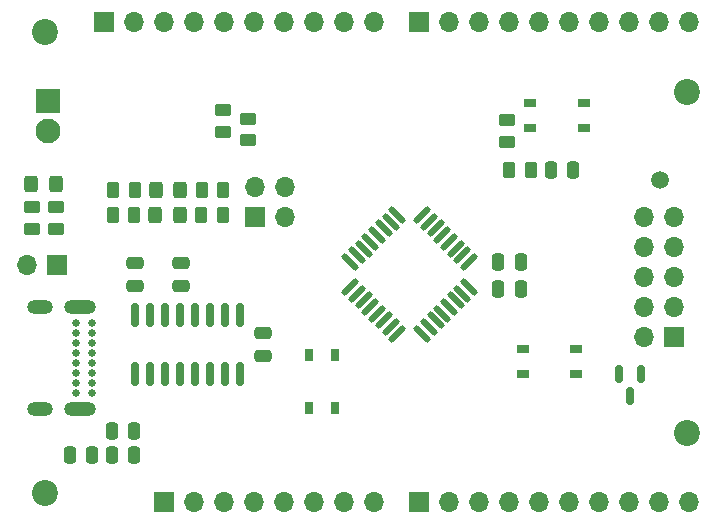
<source format=gbr>
%TF.GenerationSoftware,KiCad,Pcbnew,7.0.6*%
%TF.CreationDate,2023-07-26T12:25:32-06:00*%
%TF.ProjectId,PuyoPuy030,5075796f-5075-4793-9033-302e6b696361,rev?*%
%TF.SameCoordinates,Original*%
%TF.FileFunction,Soldermask,Top*%
%TF.FilePolarity,Negative*%
%FSLAX46Y46*%
G04 Gerber Fmt 4.6, Leading zero omitted, Abs format (unit mm)*
G04 Created by KiCad (PCBNEW 7.0.6) date 2023-07-26 12:25:32*
%MOMM*%
%LPD*%
G01*
G04 APERTURE LIST*
G04 Aperture macros list*
%AMRoundRect*
0 Rectangle with rounded corners*
0 $1 Rounding radius*
0 $2 $3 $4 $5 $6 $7 $8 $9 X,Y pos of 4 corners*
0 Add a 4 corners polygon primitive as box body*
4,1,4,$2,$3,$4,$5,$6,$7,$8,$9,$2,$3,0*
0 Add four circle primitives for the rounded corners*
1,1,$1+$1,$2,$3*
1,1,$1+$1,$4,$5*
1,1,$1+$1,$6,$7*
1,1,$1+$1,$8,$9*
0 Add four rect primitives between the rounded corners*
20,1,$1+$1,$2,$3,$4,$5,0*
20,1,$1+$1,$4,$5,$6,$7,0*
20,1,$1+$1,$6,$7,$8,$9,0*
20,1,$1+$1,$8,$9,$2,$3,0*%
G04 Aperture macros list end*
%ADD10R,0.711200X0.990600*%
%ADD11R,0.990600X0.711200*%
%ADD12R,1.700000X1.700000*%
%ADD13O,1.700000X1.700000*%
%ADD14RoundRect,0.250000X0.325000X0.450000X-0.325000X0.450000X-0.325000X-0.450000X0.325000X-0.450000X0*%
%ADD15RoundRect,0.250000X-0.250000X-0.475000X0.250000X-0.475000X0.250000X0.475000X-0.250000X0.475000X0*%
%ADD16RoundRect,0.250000X0.475000X-0.250000X0.475000X0.250000X-0.475000X0.250000X-0.475000X-0.250000X0*%
%ADD17RoundRect,0.250000X0.250000X0.475000X-0.250000X0.475000X-0.250000X-0.475000X0.250000X-0.475000X0*%
%ADD18C,2.200000*%
%ADD19RoundRect,0.150000X-0.150000X0.587500X-0.150000X-0.587500X0.150000X-0.587500X0.150000X0.587500X0*%
%ADD20RoundRect,0.250000X0.450000X-0.262500X0.450000X0.262500X-0.450000X0.262500X-0.450000X-0.262500X0*%
%ADD21RoundRect,0.250000X0.262500X0.450000X-0.262500X0.450000X-0.262500X-0.450000X0.262500X-0.450000X0*%
%ADD22RoundRect,0.124500X0.444982X0.621052X-0.621052X-0.444982X-0.444982X-0.621052X0.621052X0.444982X0*%
%ADD23RoundRect,0.125000X0.444275X0.621052X-0.621052X-0.444275X-0.444275X-0.621052X0.621052X0.444275X0*%
%ADD24RoundRect,0.124400X0.445124X0.621052X-0.621052X-0.445124X-0.445124X-0.621052X0.621052X0.445124X0*%
%ADD25RoundRect,0.124500X-0.444982X0.621052X-0.621052X0.444982X0.444982X-0.621052X0.621052X-0.444982X0*%
%ADD26RoundRect,0.125000X-0.444275X0.621052X-0.621052X0.444275X0.444275X-0.621052X0.621052X-0.444275X0*%
%ADD27RoundRect,0.250000X-0.450000X0.262500X-0.450000X-0.262500X0.450000X-0.262500X0.450000X0.262500X0*%
%ADD28RoundRect,0.250000X-0.325000X-0.450000X0.325000X-0.450000X0.325000X0.450000X-0.325000X0.450000X0*%
%ADD29C,0.660400*%
%ADD30O,2.700000X1.200000*%
%ADD31O,2.200000X1.200000*%
%ADD32RoundRect,0.250000X-0.262500X-0.450000X0.262500X-0.450000X0.262500X0.450000X-0.262500X0.450000X0*%
%ADD33RoundRect,0.250000X-0.475000X0.250000X-0.475000X-0.250000X0.475000X-0.250000X0.475000X0.250000X0*%
%ADD34RoundRect,0.150000X0.150000X-0.850000X0.150000X0.850000X-0.150000X0.850000X-0.150000X-0.850000X0*%
%ADD35R,2.100000X2.100000*%
%ADD36C,2.100000*%
%ADD37C,1.500000*%
G04 APERTURE END LIST*
D10*
%TO.C,SW1*%
X107070001Y-124134001D03*
X107070001Y-119633999D03*
X109219999Y-124134001D03*
X109219999Y-119633999D03*
%TD*%
D11*
%TO.C,SW3*%
X130306601Y-100447999D03*
X125806599Y-100447999D03*
X130306601Y-98298001D03*
X125806599Y-98298001D03*
%TD*%
%TO.C,SW2*%
X129699801Y-121246499D03*
X125199799Y-121246499D03*
X129699801Y-119096501D03*
X125199799Y-119096501D03*
%TD*%
D12*
%TO.C,J5*%
X116332000Y-91490800D03*
D13*
X118872000Y-91490800D03*
X121412000Y-91490800D03*
X123952000Y-91490800D03*
X126492000Y-91490800D03*
X129032000Y-91490800D03*
X131572000Y-91490800D03*
X134112000Y-91490800D03*
X136652000Y-91490800D03*
X139192000Y-91490800D03*
%TD*%
D14*
%TO.C,D1*%
X96099100Y-107823000D03*
X94049100Y-107823000D03*
%TD*%
D15*
%TO.C,C1*%
X123068000Y-111760000D03*
X124968000Y-111760000D03*
%TD*%
D16*
%TO.C,C4*%
X92329000Y-113795800D03*
X92329000Y-111895800D03*
%TD*%
D17*
%TO.C,C9*%
X88707000Y-128143000D03*
X86807000Y-128143000D03*
%TD*%
D12*
%TO.C,J3*%
X137962600Y-118137700D03*
D13*
X135422600Y-118137700D03*
X137962600Y-115597700D03*
X135422600Y-115597700D03*
X137962600Y-113057700D03*
X135422600Y-113057700D03*
X137962600Y-110517700D03*
X135422600Y-110517700D03*
X137962600Y-107977700D03*
X135422600Y-107977700D03*
%TD*%
D18*
%TO.C,H4*%
X139070200Y-126217800D03*
%TD*%
D19*
%TO.C,D3*%
X135189000Y-121236500D03*
X133289000Y-121236500D03*
X134239000Y-123111500D03*
%TD*%
D12*
%TO.C,J6*%
X116332000Y-132130800D03*
D13*
X118872000Y-132130800D03*
X121412000Y-132130800D03*
X123952000Y-132130800D03*
X126492000Y-132130800D03*
X129032000Y-132130800D03*
X131572000Y-132130800D03*
X134112000Y-132130800D03*
X136652000Y-132130800D03*
X139192000Y-132130800D03*
%TD*%
D20*
%TO.C,R10*%
X83566000Y-108966000D03*
X83566000Y-107141000D03*
%TD*%
D21*
%TO.C,R1*%
X92278200Y-107823000D03*
X90453200Y-107823000D03*
%TD*%
%TO.C,R4*%
X99794700Y-105714800D03*
X97969700Y-105714800D03*
%TD*%
D16*
%TO.C,C5*%
X96189800Y-113780600D03*
X96189800Y-111880600D03*
%TD*%
D22*
%TO.C,U1*%
X120607284Y-111763099D03*
D23*
X120042306Y-111198121D03*
X119476621Y-110632436D03*
X118910935Y-110066750D03*
D24*
X118344401Y-109500216D03*
D23*
X117779564Y-108935379D03*
X117213879Y-108369694D03*
X116648194Y-107804008D03*
D25*
X114521499Y-107804716D03*
D26*
X113956521Y-108369694D03*
X113390836Y-108935379D03*
X112825150Y-109501065D03*
X112259465Y-110066750D03*
X111693779Y-110632436D03*
X111128094Y-111198121D03*
X110562408Y-111763806D03*
D23*
X110562408Y-113889794D03*
X111128094Y-114455479D03*
X111693779Y-115021164D03*
X112259465Y-115586850D03*
X112825150Y-116152535D03*
X113390836Y-116718221D03*
X113956521Y-117283906D03*
X114522206Y-117849592D03*
D26*
X116648194Y-117849592D03*
X117213879Y-117283906D03*
X117779564Y-116718221D03*
X118345250Y-116152535D03*
X118910935Y-115586850D03*
X119476621Y-115021164D03*
X120042306Y-114455479D03*
X120607992Y-113889794D03*
%TD*%
D15*
%TO.C,C8*%
X90363000Y-128143000D03*
X92263000Y-128143000D03*
%TD*%
D27*
%TO.C,R5*%
X99771200Y-98936800D03*
X99771200Y-100761800D03*
%TD*%
D28*
%TO.C,D4*%
X83557000Y-105210600D03*
X85607000Y-105210600D03*
%TD*%
D27*
%TO.C,R9*%
X85598000Y-107141000D03*
X85598000Y-108966000D03*
%TD*%
%TO.C,R8*%
X123840200Y-99747700D03*
X123840200Y-101572700D03*
%TD*%
D12*
%TO.C,J7*%
X94742000Y-132130800D03*
D13*
X97282000Y-132130800D03*
X99822000Y-132130800D03*
X102362000Y-132130800D03*
X104902000Y-132130800D03*
X107442000Y-132130800D03*
X109982000Y-132130800D03*
X112522000Y-132130800D03*
%TD*%
D12*
%TO.C,J2*%
X102484000Y-107955000D03*
D13*
X102484000Y-105415000D03*
X105024000Y-107955000D03*
X105024000Y-105415000D03*
%TD*%
D18*
%TO.C,H1*%
X84703800Y-92323800D03*
%TD*%
D29*
%TO.C,J1*%
X88664000Y-116920000D03*
X88664000Y-117770001D03*
X88664000Y-118619999D03*
X88664000Y-119470000D03*
X88664000Y-120320001D03*
X88664000Y-121170002D03*
X88664000Y-122020000D03*
X88664000Y-122870001D03*
X87314000Y-122870001D03*
X87314000Y-122020000D03*
X87314000Y-121170002D03*
X87314000Y-120320001D03*
X87314000Y-119470000D03*
X87314000Y-118619999D03*
X87314000Y-117770001D03*
X87314000Y-116920000D03*
D30*
X87683999Y-115570000D03*
D31*
X84299000Y-115570015D03*
D30*
X87684000Y-124219985D03*
D31*
X84299000Y-124219985D03*
%TD*%
D12*
%TO.C,J4*%
X89662000Y-91490800D03*
D13*
X92202000Y-91490800D03*
X94742000Y-91490800D03*
X97282000Y-91490800D03*
X99822000Y-91490800D03*
X102362000Y-91490800D03*
X104902000Y-91490800D03*
X107442000Y-91490800D03*
X109982000Y-91490800D03*
X112522000Y-91490800D03*
%TD*%
D18*
%TO.C,H2*%
X139070200Y-97403800D03*
%TD*%
D14*
%TO.C,D2*%
X96148000Y-105714800D03*
X94098000Y-105714800D03*
%TD*%
D15*
%TO.C,C7*%
X90363000Y-126060200D03*
X92263000Y-126060200D03*
%TD*%
%TO.C,C2*%
X123068000Y-114046000D03*
X124968000Y-114046000D03*
%TD*%
D18*
%TO.C,H3*%
X84703800Y-131297800D03*
%TD*%
D21*
%TO.C,R3*%
X99747700Y-107823000D03*
X97922700Y-107823000D03*
%TD*%
D32*
%TO.C,R7*%
X123994500Y-104013000D03*
X125819500Y-104013000D03*
%TD*%
D21*
%TO.C,R2*%
X92327100Y-105714800D03*
X90502100Y-105714800D03*
%TD*%
D12*
%TO.C,JP1*%
X85730000Y-112014000D03*
D13*
X83190000Y-112014000D03*
%TD*%
D33*
%TO.C,C3*%
X103149400Y-117824200D03*
X103149400Y-119724200D03*
%TD*%
D15*
%TO.C,C6*%
X127513000Y-104013000D03*
X129413000Y-104013000D03*
%TD*%
D34*
%TO.C,U2*%
X92329000Y-121285000D03*
X93599000Y-121285000D03*
X94869000Y-121285000D03*
X96139000Y-121285000D03*
X97409000Y-121285000D03*
X98679000Y-121285000D03*
X99949000Y-121285000D03*
X101219000Y-121285000D03*
X101219000Y-116285000D03*
X99949000Y-116285000D03*
X98679000Y-116285000D03*
X97409000Y-116285000D03*
X96139000Y-116285000D03*
X94869000Y-116285000D03*
X93599000Y-116285000D03*
X92329000Y-116285000D03*
%TD*%
D35*
%TO.C,J8*%
X84963000Y-98171000D03*
D36*
X84963000Y-100711000D03*
%TD*%
D37*
%TO.C,TP1*%
X136743400Y-104828100D03*
%TD*%
D20*
%TO.C,R6*%
X101854000Y-101473000D03*
X101854000Y-99648000D03*
%TD*%
M02*

</source>
